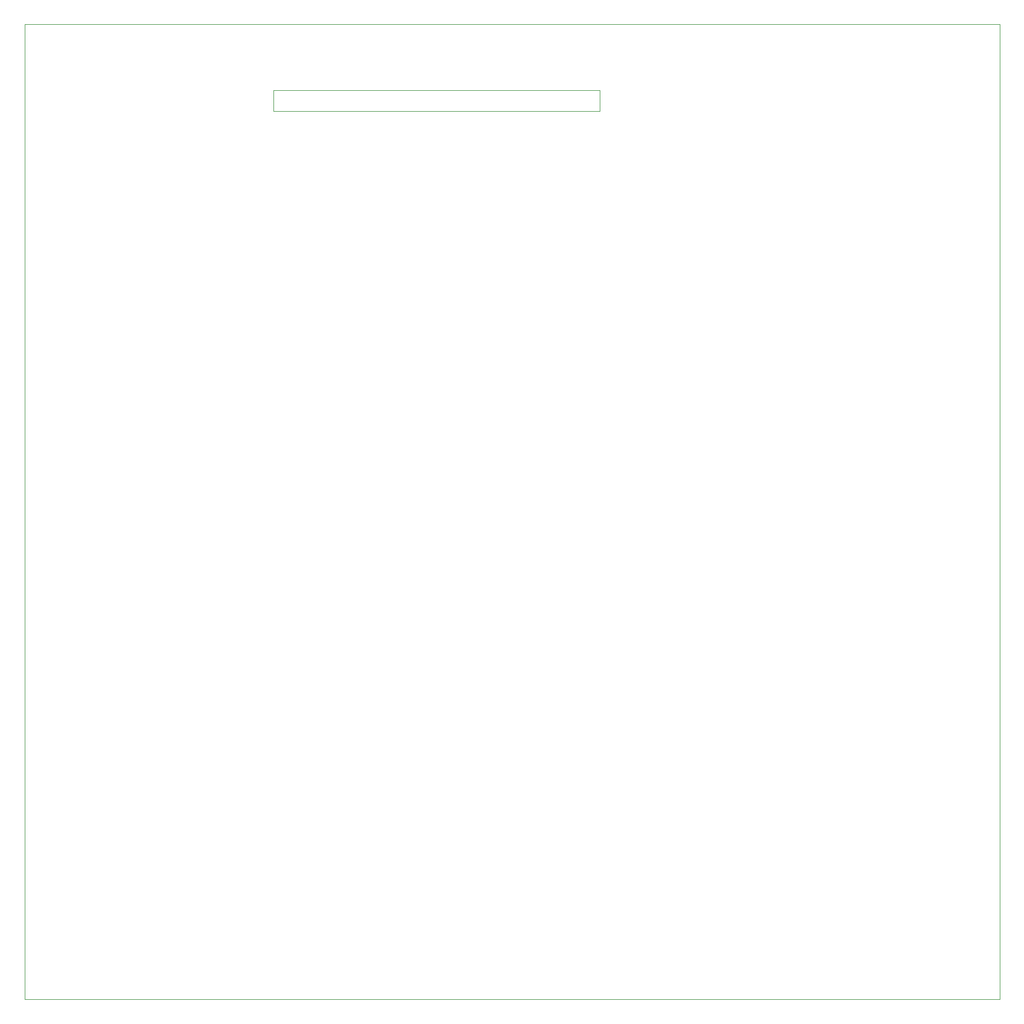
<source format=gbr>
%TF.GenerationSoftware,KiCad,Pcbnew,6.0.7-f9a2dced07~116~ubuntu20.04.1*%
%TF.CreationDate,2022-10-07T18:50:10+02:00*%
%TF.ProjectId,dcf77,64636637-372e-46b6-9963-61645f706362,rev?*%
%TF.SameCoordinates,Original*%
%TF.FileFunction,Profile,NP*%
%FSLAX46Y46*%
G04 Gerber Fmt 4.6, Leading zero omitted, Abs format (unit mm)*
G04 Created by KiCad (PCBNEW 6.0.7-f9a2dced07~116~ubuntu20.04.1) date 2022-10-07 18:50:10*
%MOMM*%
%LPD*%
G01*
G04 APERTURE LIST*
%TA.AperFunction,Profile*%
%ADD10C,0.100000*%
%TD*%
G04 APERTURE END LIST*
D10*
X171000000Y-23000000D02*
X21000000Y-23000000D01*
X21000000Y-173000000D02*
X171000000Y-173000000D01*
X171000000Y-173000000D02*
X171000000Y-23000000D01*
X59309000Y-33147000D02*
X109474000Y-33147000D01*
X109474000Y-33147000D02*
X109474000Y-36322000D01*
X109474000Y-36322000D02*
X59309000Y-36322000D01*
X59309000Y-36322000D02*
X59309000Y-33147000D01*
X21000000Y-23000000D02*
X21000000Y-173000000D01*
M02*

</source>
